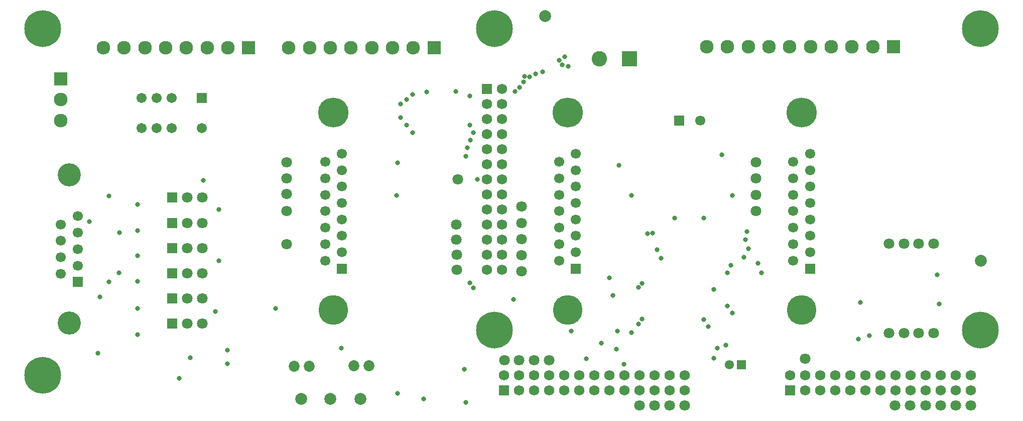
<source format=gbs>
G04*
G04 #@! TF.GenerationSoftware,Altium Limited,Altium Designer,18.1.9 (240)*
G04*
G04 Layer_Color=16711935*
%FSLAX25Y25*%
%MOIN*%
G70*
G01*
G75*
%ADD36C,0.24410*%
%ADD37C,0.07874*%
%ADD38R,0.06102X0.06102*%
%ADD39C,0.06102*%
%ADD40C,0.06693*%
%ADD41R,0.06693X0.06693*%
%ADD42O,0.20276X0.19685*%
%ADD43C,0.19685*%
%ADD44C,0.15354*%
%ADD45C,0.07087*%
%ADD46R,0.07087X0.07087*%
%ADD47C,0.06890*%
%ADD48R,0.06890X0.06890*%
%ADD49R,0.09055X0.09055*%
%ADD50C,0.09055*%
%ADD51R,0.10236X0.10236*%
%ADD52C,0.10236*%
%ADD53R,0.09055X0.09055*%
%ADD54C,0.07287*%
%ADD55C,0.06724*%
%ADD56R,0.06724X0.06724*%
%ADD57R,0.06693X0.06693*%
%ADD58R,0.06890X0.06890*%
%ADD59C,0.03150*%
D36*
X-280000Y25000D02*
D03*
Y255000D02*
D03*
X20000Y55000D02*
D03*
Y255000D02*
D03*
X342500D02*
D03*
Y55000D02*
D03*
D37*
X53500Y263500D02*
D03*
X343000Y101000D02*
D03*
X-89000Y9500D02*
D03*
X-108500D02*
D03*
X-69000D02*
D03*
D38*
X183874Y32000D02*
D03*
D39*
X176000D02*
D03*
D40*
X218319Y101284D02*
D03*
X229500Y106736D02*
D03*
Y117642D02*
D03*
Y128547D02*
D03*
Y139453D02*
D03*
Y150358D02*
D03*
Y161264D02*
D03*
Y172169D02*
D03*
X218319Y112189D02*
D03*
Y123094D02*
D03*
Y134000D02*
D03*
Y144905D02*
D03*
Y155811D02*
D03*
Y166717D02*
D03*
X62910Y101284D02*
D03*
X74090Y106736D02*
D03*
Y117642D02*
D03*
Y128547D02*
D03*
Y139453D02*
D03*
Y150358D02*
D03*
Y161264D02*
D03*
Y172169D02*
D03*
X62910Y112189D02*
D03*
Y123094D02*
D03*
Y134000D02*
D03*
Y144905D02*
D03*
Y155811D02*
D03*
Y166717D02*
D03*
X-92500Y101284D02*
D03*
X-81319Y106736D02*
D03*
Y117642D02*
D03*
Y128547D02*
D03*
Y139453D02*
D03*
Y150358D02*
D03*
Y161264D02*
D03*
Y172169D02*
D03*
X-92500Y112189D02*
D03*
Y123094D02*
D03*
Y134000D02*
D03*
Y144905D02*
D03*
Y155811D02*
D03*
Y166717D02*
D03*
X-256819Y97952D02*
D03*
Y108858D02*
D03*
Y119763D02*
D03*
Y130669D02*
D03*
X-268000Y92500D02*
D03*
Y103405D02*
D03*
Y114311D02*
D03*
Y125216D02*
D03*
X156500Y194000D02*
D03*
D41*
X229500Y95831D02*
D03*
X74090D02*
D03*
X-81319D02*
D03*
X-256819Y87047D02*
D03*
D42*
X223909Y199591D02*
D03*
X68500D02*
D03*
X-86910D02*
D03*
D43*
X223909Y68410D02*
D03*
X68500D02*
D03*
X-86910D02*
D03*
D44*
X-262409Y158070D02*
D03*
Y59645D02*
D03*
D45*
X-174000Y143000D02*
D03*
X-184000D02*
D03*
X-174000Y59500D02*
D03*
X-184000D02*
D03*
X-174000Y126300D02*
D03*
X-184000D02*
D03*
X-174000Y109600D02*
D03*
X-184000D02*
D03*
X-174000Y92900D02*
D03*
X-184000D02*
D03*
X-174000Y76200D02*
D03*
X-184000D02*
D03*
X-5000Y95000D02*
D03*
Y105000D02*
D03*
X193500Y166500D02*
D03*
X-5354Y115000D02*
D03*
Y125000D02*
D03*
X193500Y155667D02*
D03*
X311500Y112500D02*
D03*
Y53000D02*
D03*
X193500Y144833D02*
D03*
X301667Y112500D02*
D03*
Y53000D02*
D03*
X291833Y112500D02*
D03*
Y53000D02*
D03*
X193500Y134000D02*
D03*
X282000Y112500D02*
D03*
Y53000D02*
D03*
X-4500Y155000D02*
D03*
X336300Y5000D02*
D03*
X326300D02*
D03*
X316225D02*
D03*
X306150D02*
D03*
X296075D02*
D03*
X286000D02*
D03*
X38000Y137000D02*
D03*
Y126250D02*
D03*
X226300Y36000D02*
D03*
X38000Y115500D02*
D03*
Y104750D02*
D03*
Y94000D02*
D03*
X146300Y5000D02*
D03*
X136300D02*
D03*
X126300D02*
D03*
X116300D02*
D03*
X56300Y35000D02*
D03*
X46300D02*
D03*
X36300D02*
D03*
X26500D02*
D03*
X-118000Y166500D02*
D03*
Y155811D02*
D03*
Y145500D02*
D03*
Y134000D02*
D03*
Y112000D02*
D03*
D46*
X-194000Y143000D02*
D03*
Y59500D02*
D03*
Y126300D02*
D03*
Y109600D02*
D03*
Y92900D02*
D03*
Y76200D02*
D03*
D47*
X326300Y25000D02*
D03*
X336300D02*
D03*
X306300D02*
D03*
X326300Y15000D02*
D03*
X316300Y25000D02*
D03*
X286300D02*
D03*
X296300D02*
D03*
X276300D02*
D03*
X266300Y15000D02*
D03*
Y25000D02*
D03*
X336300Y15000D02*
D03*
X316300D02*
D03*
X276300D02*
D03*
X286300D02*
D03*
X256300D02*
D03*
X306300D02*
D03*
X296300D02*
D03*
X256300Y25000D02*
D03*
X246300D02*
D03*
X226300D02*
D03*
X236300D02*
D03*
X216300D02*
D03*
X246300Y15000D02*
D03*
X236300D02*
D03*
X226300D02*
D03*
X136300Y25000D02*
D03*
X146300D02*
D03*
X116300D02*
D03*
X136300Y15000D02*
D03*
X126300Y25000D02*
D03*
X96300D02*
D03*
X106300D02*
D03*
X86300D02*
D03*
X76300Y15000D02*
D03*
Y25000D02*
D03*
X146300Y15000D02*
D03*
X126300D02*
D03*
X86300D02*
D03*
X96300D02*
D03*
X66300D02*
D03*
X116300D02*
D03*
X106300D02*
D03*
X66300Y25000D02*
D03*
X56300D02*
D03*
X36300D02*
D03*
X46300D02*
D03*
X26300D02*
D03*
X56300Y15000D02*
D03*
X46300D02*
D03*
X36300D02*
D03*
X25000Y95000D02*
D03*
Y105000D02*
D03*
Y115000D02*
D03*
Y125000D02*
D03*
Y135000D02*
D03*
Y145000D02*
D03*
Y155000D02*
D03*
Y165000D02*
D03*
Y175000D02*
D03*
Y185000D02*
D03*
Y195000D02*
D03*
Y205000D02*
D03*
Y215000D02*
D03*
X15000Y95000D02*
D03*
Y105000D02*
D03*
Y115000D02*
D03*
Y125000D02*
D03*
Y135000D02*
D03*
Y145000D02*
D03*
Y155000D02*
D03*
Y165000D02*
D03*
Y175000D02*
D03*
Y185000D02*
D03*
Y195000D02*
D03*
Y205000D02*
D03*
D48*
X216300Y15000D02*
D03*
X26300D02*
D03*
D49*
X284957Y243000D02*
D03*
X-20102Y242500D02*
D03*
X-143272D02*
D03*
D50*
X271177Y243000D02*
D03*
X257398D02*
D03*
X216059D02*
D03*
X229839D02*
D03*
X202279D02*
D03*
X243618D02*
D03*
X174721Y243000D02*
D03*
X160941D02*
D03*
X188500Y243000D02*
D03*
X-116559Y242500D02*
D03*
X-102779D02*
D03*
X-75221D02*
D03*
X-47661D02*
D03*
X-33882D02*
D03*
X-61441D02*
D03*
X-89000D02*
D03*
X-239728D02*
D03*
X-225949D02*
D03*
X-198390D02*
D03*
X-170831D02*
D03*
X-157051D02*
D03*
X-184610D02*
D03*
X-212169D02*
D03*
X-268000Y194220D02*
D03*
Y208000D02*
D03*
D51*
X109500Y235252D02*
D03*
D52*
X89500D02*
D03*
D53*
X-268000Y221779D02*
D03*
D54*
X-63500Y31500D02*
D03*
X-73500D02*
D03*
X-103000Y31000D02*
D03*
X-113000D02*
D03*
D55*
X-214335Y209000D02*
D03*
X-204335D02*
D03*
X-214335Y189000D02*
D03*
X-204335D02*
D03*
X-194335Y209000D02*
D03*
Y189000D02*
D03*
X-174335D02*
D03*
D56*
Y209000D02*
D03*
D57*
X142720Y194000D02*
D03*
D58*
X15000Y215000D02*
D03*
D59*
X40007Y223425D02*
D03*
X-81595Y43110D02*
D03*
X33465Y213354D02*
D03*
X36614Y216240D02*
D03*
X39370Y219882D02*
D03*
X43406Y223228D02*
D03*
X47146Y225197D02*
D03*
X52000Y226500D02*
D03*
X-243500Y39959D02*
D03*
X-125500Y69459D02*
D03*
X263000Y73541D02*
D03*
X32500Y75460D02*
D03*
X101500Y54500D02*
D03*
X197300Y93300D02*
D03*
X195000Y99500D02*
D03*
X187500Y120500D02*
D03*
X186750Y115000D02*
D03*
X188500Y109000D02*
D03*
X185455Y103500D02*
D03*
X177000Y98000D02*
D03*
X178000Y66500D02*
D03*
X173736Y45264D02*
D03*
X168000Y43000D02*
D03*
X111000Y53500D02*
D03*
X162000Y57500D02*
D03*
X101000Y42500D02*
D03*
X71000Y54500D02*
D03*
X158791Y62000D02*
D03*
X-181941Y36921D02*
D03*
X0Y29000D02*
D03*
X314000Y91646D02*
D03*
X315354Y72354D02*
D03*
X158791Y129500D02*
D03*
X139500D02*
D03*
X-5854Y213354D02*
D03*
X-25146Y213000D02*
D03*
X-189500Y23000D02*
D03*
X-157441Y41921D02*
D03*
Y32921D02*
D03*
X6000Y83000D02*
D03*
X3500Y86500D02*
D03*
X8500Y155000D02*
D03*
X98500Y78000D02*
D03*
X96268Y89768D02*
D03*
X118000Y86000D02*
D03*
Y62500D02*
D03*
X115500Y83500D02*
D03*
Y59000D02*
D03*
X174500Y71000D02*
D03*
Y93300D02*
D03*
X-163000Y101284D02*
D03*
X-173500Y154500D02*
D03*
X261500Y49000D02*
D03*
X269000Y51500D02*
D03*
X65000Y231000D02*
D03*
X69000Y230000D02*
D03*
X130500Y102963D02*
D03*
X128000Y108358D02*
D03*
X125000Y119500D02*
D03*
X121500Y119000D02*
D03*
X63000Y234000D02*
D03*
X66500Y236500D02*
D03*
X111000Y144500D02*
D03*
X171000Y171500D02*
D03*
X178000Y144500D02*
D03*
X91000Y46500D02*
D03*
X165500Y82000D02*
D03*
Y36500D02*
D03*
X81000Y36000D02*
D03*
X102500Y164500D02*
D03*
X106000Y32500D02*
D03*
X-165500Y67500D02*
D03*
X4000Y181000D02*
D03*
X1925Y176000D02*
D03*
X-163000Y135000D02*
D03*
X-44500Y13000D02*
D03*
X-44957Y144457D02*
D03*
X-44500Y166000D02*
D03*
X-27000Y9500D02*
D03*
X1000Y7000D02*
D03*
Y170500D02*
D03*
X6000Y186000D02*
D03*
X3500Y210500D02*
D03*
Y191000D02*
D03*
X-34500Y186000D02*
D03*
Y211500D02*
D03*
X-38500Y191000D02*
D03*
Y208000D02*
D03*
X-42500Y196000D02*
D03*
Y205000D02*
D03*
X-236047Y144047D02*
D03*
Y87047D02*
D03*
X-229000Y119763D02*
D03*
X-229300Y93300D02*
D03*
X-242000Y77000D02*
D03*
X-248900Y127100D02*
D03*
X-216957Y52000D02*
D03*
Y69500D02*
D03*
Y87543D02*
D03*
Y104500D02*
D03*
Y121043D02*
D03*
Y138500D02*
D03*
M02*

</source>
